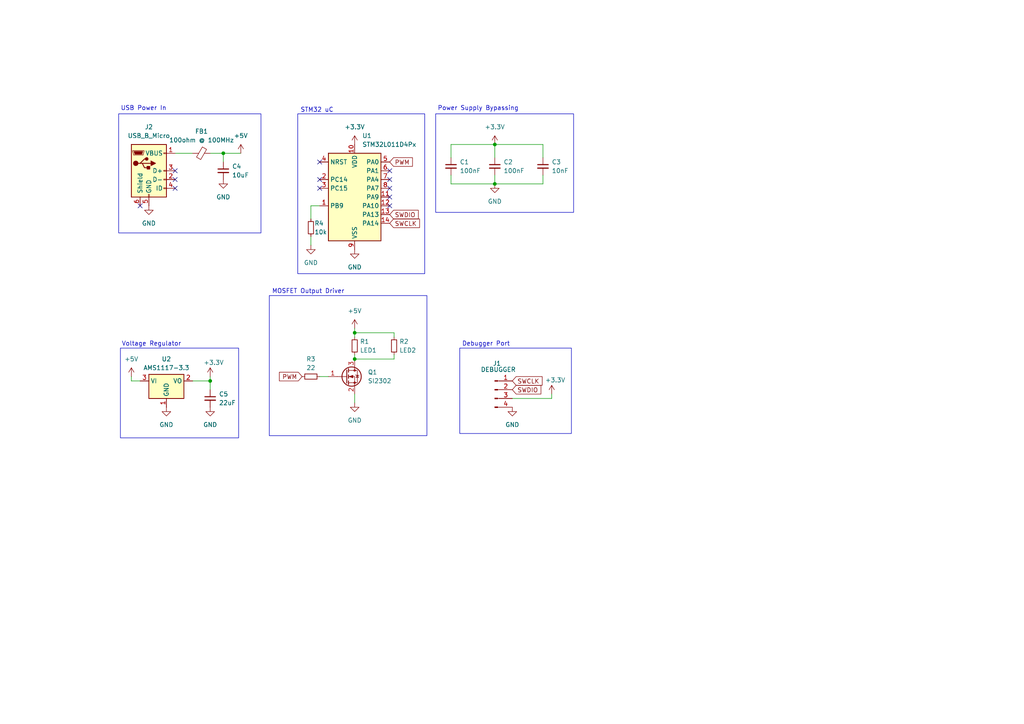
<source format=kicad_sch>
(kicad_sch (version 20231120) (generator "eeschema") (generator_version "8.0")
  (paper "A4")
  (lib_symbols
    (symbol "Connector:Conn_01x04_Pin" (pin_names (offset 1.016) hide)
      (property "Reference" "J" (at 0 5.08 0))
      (property "Value" "Conn_01x04_Pin" (at 0 -7.62 0))
      (symbol "Conn_01x04_Pin_1_1"
        (polyline (pts (xy 1.27 -5.08) (xy 0.8636 -5.08)) (stroke (width 0.1524)))
        (polyline (pts (xy 1.27 -2.54) (xy 0.8636 -2.54)) (stroke (width 0.1524)))
        (polyline (pts (xy 1.27 0) (xy 0.8636 0)) (stroke (width 0.1524)))
        (polyline (pts (xy 1.27 2.54) (xy 0.8636 2.54)) (stroke (width 0.1524)))
        (rectangle (start 0.8636 -4.953) (end 0 -5.207) (stroke (width 0.1524)) (fill (type outline)))
        (rectangle (start 0.8636 -2.413) (end 0 -2.667) (stroke (width 0.1524)) (fill (type outline)))
        (rectangle (start 0.8636 0.127) (end 0 -0.127) (stroke (width 0.1524)) (fill (type outline)))
        (rectangle (start 0.8636 2.667) (end 0 2.413) (stroke (width 0.1524)) (fill (type outline)))
        (pin passive line (at 5.08 2.54 180) (length 3.81) (name "Pin_1") (number "1"))
        (pin passive line (at 5.08 0 180) (length 3.81) (name "Pin_2") (number "2"))
        (pin passive line (at 5.08 -2.54 180) (length 3.81) (name "Pin_3") (number "3"))
        (pin passive line (at 5.08 -5.08 180) (length 3.81) (name "Pin_4") (number "4"))
      )
    )
    (symbol "Connector:USB_B_Micro" (pin_names (offset 1.016))
      (property "Reference" "J" (at -5.08 11.43 0))
      (property "Value" "USB_B_Micro" (at -5.08 8.89 0))
      (symbol "USB_B_Micro_0_1"
        (rectangle (start -5.08 -7.62) (end 5.08 7.62) (stroke (width 0.254)) (fill (type background)))
        (circle (center -3.81 2.159) (radius 0.635) (stroke (width 0.254)) (fill (type outline)))
        (circle (center -0.635 3.429) (radius 0.381) (stroke (width 0.254)) (fill (type outline)))
        (rectangle (start -0.127 -7.62) (end 0.127 -6.858))
        (polyline (pts (xy -1.905 2.159) (xy 0.635 2.159)) (stroke (width 0.254)))
        (polyline (pts (xy -3.175 2.159) (xy -2.54 2.159) (xy -1.27 3.429) (xy -0.635 3.429)) (stroke (width 0.254)))
        (polyline (pts (xy -2.54 2.159) (xy -1.905 2.159) (xy -1.27 0.889) (xy 0 0.889)) (stroke (width 0.254)))
        (polyline (pts (xy 0.635 2.794) (xy 0.635 1.524) (xy 1.905 2.159) (xy 0.635 2.794)) (stroke (width 0.254)) (fill (type outline)))
        (polyline (pts (xy -4.318 5.588) (xy -1.778 5.588) (xy -2.032 4.826) (xy -4.064 4.826) (xy -4.318 5.588)) (fill (type outline)))
        (polyline (pts (xy -4.699 5.842) (xy -4.699 5.588) (xy -4.445 4.826) (xy -4.445 4.572) (xy -1.651 4.572) (xy -1.651 4.826) (xy -1.397 5.588) (xy -1.397 5.842) (xy -4.699 5.842)))
        (rectangle (start 0.254 1.27) (end -0.508 0.508) (stroke (width 0.254)) (fill (type outline)))
        (rectangle (start 5.08 -5.207) (end 4.318 -4.953))
        (rectangle (start 5.08 -2.667) (end 4.318 -2.413))
        (rectangle (start 5.08 -0.127) (end 4.318 0.127))
        (rectangle (start 5.08 4.953) (end 4.318 5.207))
      )
      (symbol "USB_B_Micro_1_1"
        (pin power_out line (at 7.62 5.08 180) (length 2.54) (name "VBUS") (number "1"))
        (pin bidirectional line (at 7.62 -2.54 180) (length 2.54) (name "D-") (number "2"))
        (pin bidirectional line (at 7.62 0 180) (length 2.54) (name "D+") (number "3"))
        (pin passive line (at 7.62 -5.08 180) (length 2.54) (name "ID") (number "4"))
        (pin power_out line (at 0 -10.16 90) (length 2.54) (name "GND") (number "5"))
        (pin passive line (at -2.54 -10.16 90) (length 2.54) (name "Shield") (number "6"))
      )
    )
    (symbol "Device:C_Small" (pin_numbers hide) (pin_names (offset 0.254) hide)
      (property "Reference" "C" (at 0.254 1.778 0))
      (property "Value" "C_Small" (at 0.254 -2.032 0))
      (symbol "C_Small_0_1"
        (polyline (pts (xy -1.524 -0.508) (xy 1.524 -0.508)) (stroke (width 0.3302)))
        (polyline (pts (xy -1.524 0.508) (xy 1.524 0.508)) (stroke (width 0.3048)))
      )
      (symbol "C_Small_1_1"
        (pin passive line (at 0 2.54 270) (length 2.032) (name "~") (number "1"))
        (pin passive line (at 0 -2.54 90) (length 2.032) (name "~") (number "2"))
      )
    )
    (symbol "Device:FerriteBead_Small" (pin_numbers hide) (pin_names (offset 0))
      (property "Reference" "FB" (at 1.905 1.27 0))
      (property "Value" "FerriteBead_Small" (at 1.905 -1.27 0))
      (symbol "FerriteBead_Small_0_1"
        (polyline (pts (xy 0 -1.27) (xy 0 -0.7874)))
        (polyline (pts (xy 0 0.889) (xy 0 1.2954)))
        (polyline (pts (xy -1.8288 0.2794) (xy -1.1176 1.4986) (xy 1.8288 -0.2032) (xy 1.1176 -1.4224) (xy -1.8288 0.2794)))
      )
      (symbol "FerriteBead_Small_1_1"
        (pin passive line (at 0 2.54 270) (length 1.27) (name "~") (number "1"))
        (pin passive line (at 0 -2.54 90) (length 1.27) (name "~") (number "2"))
      )
    )
    (symbol "Device:R_Small" (pin_numbers hide) (pin_names (offset 0.254) hide)
      (property "Reference" "R" (at 0.762 0.508 0))
      (property "Value" "R_Small" (at 0.762 -1.016 0))
      (symbol "R_Small_0_1"
        (rectangle (start -0.762 1.778) (end 0.762 -1.778) (stroke (width 0.2032)))
      )
      (symbol "R_Small_1_1"
        (pin passive line (at 0 2.54 270) (length 0.762) (name "~") (number "1"))
        (pin passive line (at 0 -2.54 90) (length 0.762) (name "~") (number "2"))
      )
    )
    (symbol "MCU_ST_STM32L0:STM32L011D4Px"
      (property "Reference" "U" (at -7.62 13.97 0))
      (property "Value" "STM32L011D4Px" (at 2.54 13.97 0))
      (symbol "STM32L011D4Px_0_1"
        (rectangle (start -7.62 -12.7) (end 7.62 12.7) (stroke (width 0.254)) (fill (type background)))
      )
      (symbol "STM32L011D4Px_1_1"
        (pin bidirectional line (at -10.16 -2.54 0) (length 2.54) (name "PB9") (number "1"))
        (pin power_in line (at 0 15.24 270) (length 2.54) (name "VDD") (number "10"))
        (pin bidirectional line (at 10.16 0 180) (length 2.54) (name "PA9") (number "11"))
        (pin bidirectional line (at 10.16 -2.54 180) (length 2.54) (name "PA10") (number "12"))
        (pin bidirectional line (at 10.16 -5.08 180) (length 2.54) (name "PA13") (number "13"))
        (pin bidirectional line (at 10.16 -7.62 180) (length 2.54) (name "PA14") (number "14"))
        (pin bidirectional line (at -10.16 5.08 0) (length 2.54) (name "PC14") (number "2"))
        (pin bidirectional line (at -10.16 2.54 0) (length 2.54) (name "PC15") (number "3"))
        (pin input line (at -10.16 10.16 0) (length 2.54) (name "NRST") (number "4"))
        (pin bidirectional line (at 10.16 10.16 180) (length 2.54) (name "PA0") (number "5"))
        (pin bidirectional line (at 10.16 7.62 180) (length 2.54) (name "PA1") (number "6"))
        (pin bidirectional line (at 10.16 5.08 180) (length 2.54) (name "PA4") (number "7"))
        (pin bidirectional line (at 10.16 2.54 180) (length 2.54) (name "PA7") (number "8"))
        (pin power_in line (at 0 -15.24 90) (length 2.54) (name "VSS") (number "9"))
      )
    )
    (symbol "Regulator_Linear:AMS1117-3.3"
      (property "Reference" "U" (at -3.81 3.175 0))
      (property "Value" "AMS1117-3.3" (at 0 3.175 0))
      (symbol "AMS1117-3.3_0_1"
        (rectangle (start -5.08 -5.08) (end 5.08 1.905) (stroke (width 0.254)) (fill (type background)))
      )
      (symbol "AMS1117-3.3_1_1"
        (pin power_in line (at 0 -7.62 90) (length 2.54) (name "GND") (number "1"))
        (pin power_out line (at 7.62 0 180) (length 2.54) (name "VO") (number "2"))
        (pin power_in line (at -7.62 0 0) (length 2.54) (name "VI") (number "3"))
      )
    )
    (symbol "Transistor_FET:2N7002E" (pin_names hide)
      (property "Reference" "Q" (at 5.08 1.905 0))
      (property "Value" "2N7002E" (at 5.08 0 0))
      (symbol "2N7002E_0_1"
        (polyline (pts (xy 0.254 0) (xy -2.54 0)))
        (polyline (pts (xy 0.254 1.905) (xy 0.254 -1.905)) (stroke (width 0.254)))
        (polyline (pts (xy 0.762 -1.27) (xy 0.762 -2.286)) (stroke (width 0.254)))
        (polyline (pts (xy 0.762 0.508) (xy 0.762 -0.508)) (stroke (width 0.254)))
        (polyline (pts (xy 0.762 2.286) (xy 0.762 1.27)) (stroke (width 0.254)))
        (polyline (pts (xy 2.54 2.54) (xy 2.54 1.778)))
        (polyline (pts (xy 2.54 -2.54) (xy 2.54 0) (xy 0.762 0)))
        (polyline (pts (xy 0.762 -1.778) (xy 3.302 -1.778) (xy 3.302 1.778) (xy 0.762 1.778)))
        (polyline (pts (xy 1.016 0) (xy 2.032 0.381) (xy 2.032 -0.381) (xy 1.016 0)) (fill (type outline)))
        (polyline (pts (xy 2.794 0.508) (xy 2.921 0.381) (xy 3.683 0.381) (xy 3.81 0.254)))
        (polyline (pts (xy 3.302 0.381) (xy 2.921 -0.254) (xy 3.683 -0.254) (xy 3.302 0.381)))
        (circle (center 1.651 0) (radius 2.794) (stroke (width 0.254)))
        (circle (center 2.54 -1.778) (radius 0.254) (fill (type outline)))
        (circle (center 2.54 1.778) (radius 0.254) (fill (type outline)))
      )
      (symbol "2N7002E_1_1"
        (pin input line (at -5.08 0 0) (length 2.54) (name "G") (number "1"))
        (pin passive line (at 2.54 -5.08 90) (length 2.54) (name "S") (number "2"))
        (pin passive line (at 2.54 5.08 270) (length 2.54) (name "D") (number "3"))
      )
    )
    (symbol "power:+3.3V" (power) (pin_numbers hide) (pin_names (offset 0) hide)
      (property "Value" "+3.3V" (at 0 3.556 0))
      (symbol "+3.3V_0_1"
        (polyline (pts (xy -0.762 1.27) (xy 0 2.54)))
        (polyline (pts (xy 0 0) (xy 0 2.54)))
        (polyline (pts (xy 0 2.54) (xy 0.762 1.27)))
      )
      (symbol "+3.3V_1_1"
        (pin power_in line (at 0 0 90) (length 0) (name "~") (number "1"))
      )
    )
    (symbol "power:+5V" (power) (pin_numbers hide) (pin_names (offset 0) hide)
      (property "Value" "+5V" (at 0 3.556 0))
      (symbol "+5V_0_1"
        (polyline (pts (xy -0.762 1.27) (xy 0 2.54)))
        (polyline (pts (xy 0 0) (xy 0 2.54)))
        (polyline (pts (xy 0 2.54) (xy 0.762 1.27)))
      )
      (symbol "+5V_1_1"
        (pin power_in line (at 0 0 90) (length 0) (name "~") (number "1"))
      )
    )
    (symbol "power:GND" (power) (pin_numbers hide) (pin_names (offset 0) hide)
      (property "Value" "GND" (at 0 -3.81 0))
      (symbol "GND_0_1"
        (polyline (pts (xy 0 0) (xy 0 -1.27) (xy 1.27 -1.27) (xy 0 -2.54) (xy -1.27 -1.27) (xy 0 -1.27)))
      )
      (symbol "GND_1_1"
        (pin power_in line (at 0 0 270) (length 0) (name "~") (number "1"))
      )
    )
  )
  (junction (at 60.96 110.49))
  (junction (at 143.51 53.34))
  (junction (at 102.87 104.14))
  (junction (at 64.77 44.45))
  (junction (at 102.87 96.52))
  (junction (at 143.51 41.91))
  (no_connect (at 50.8 54.61))
  (no_connect (at 92.71 52.07))
  (no_connect (at 50.8 52.07))
  (no_connect (at 113.03 49.53))
  (no_connect (at 113.03 57.15))
  (no_connect (at 113.03 52.07))
  (no_connect (at 50.8 49.53))
  (no_connect (at 40.64 59.69))
  (no_connect (at 92.71 46.99))
  (no_connect (at 113.03 59.69))
  (no_connect (at 113.03 54.61))
  (no_connect (at 92.71 54.61))
  (wire (pts (xy 130.81 45.72) (xy 130.81 41.91)))
  (wire (pts (xy 38.1 109.22) (xy 38.1 110.49)))
  (wire (pts (xy 114.3 96.52) (xy 114.3 97.79)))
  (wire (pts (xy 60.96 110.49) (xy 60.96 109.22)))
  (wire (pts (xy 102.87 96.52) (xy 114.3 96.52)))
  (wire (pts (xy 143.51 50.8) (xy 143.51 53.34)))
  (wire (pts (xy 157.48 41.91) (xy 157.48 45.72)))
  (wire (pts (xy 102.87 95.25) (xy 102.87 96.52)))
  (wire (pts (xy 114.3 104.14) (xy 114.3 102.87)))
  (wire (pts (xy 92.71 59.69) (xy 90.17 59.69)))
  (wire (pts (xy 90.17 68.58) (xy 90.17 71.12)))
  (wire (pts (xy 160.02 114.3) (xy 160.02 115.57)))
  (wire (pts (xy 130.81 50.8) (xy 130.81 53.34)))
  (wire (pts (xy 102.87 104.14) (xy 114.3 104.14)))
  (wire (pts (xy 143.51 41.91) (xy 143.51 45.72)))
  (wire (pts (xy 143.51 53.34) (xy 157.48 53.34)))
  (wire (pts (xy 102.87 96.52) (xy 102.87 97.79)))
  (wire (pts (xy 130.81 41.91) (xy 143.51 41.91)))
  (wire (pts (xy 102.87 102.87) (xy 102.87 104.14)))
  (wire (pts (xy 90.17 59.69) (xy 90.17 63.5)))
  (wire (pts (xy 50.8 44.45) (xy 55.88 44.45)))
  (wire (pts (xy 60.96 110.49) (xy 60.96 113.03)))
  (wire (pts (xy 60.96 44.45) (xy 64.77 44.45)))
  (wire (pts (xy 55.88 110.49) (xy 60.96 110.49)))
  (wire (pts (xy 102.87 114.3) (xy 102.87 116.84)))
  (wire (pts (xy 64.77 44.45) (xy 64.77 46.99)))
  (wire (pts (xy 130.81 53.34) (xy 143.51 53.34)))
  (wire (pts (xy 38.1 110.49) (xy 40.64 110.49)))
  (wire (pts (xy 148.59 115.57) (xy 160.02 115.57)))
  (wire (pts (xy 143.51 41.91) (xy 157.48 41.91)))
  (wire (pts (xy 92.71 109.22) (xy 95.25 109.22)))
  (wire (pts (xy 157.48 53.34) (xy 157.48 50.8)))
  (wire (pts (xy 64.77 44.45) (xy 69.85 44.45)))
  (rectangle (start 86.36 33.02) (end 123.19 79.375))
  (rectangle (start 78.105 85.725) (end 123.825 126.365))
  (rectangle (start 34.925 100.965) (end 69.215 127))
  (rectangle (start 133.35 100.965) (end 165.735 125.73))
  (rectangle (start 34.417 33.02) (end 75.692 67.564))
  (rectangle (start 126.365 33.02) (end 166.37 61.595))
  (text "STM32 uC" (at 91.948 32.004 0) (effects (font (size 1.27 1.27))))
  (text "Power Supply Bypassing\n" (at 138.684 31.496 0) (effects (font (size 1.27 1.27))))
  (text "USB Power In" (at 41.656 31.496 0) (effects (font (size 1.27 1.27))))
  (text "Voltage Regulator" (at 43.942 99.822 0) (effects (font (size 1.27 1.27))))
  (text "MOSFET Output Driver" (at 89.408 84.582 0) (effects (font (size 1.27 1.27))))
  (text "Debugger Port" (at 140.97 99.822 0) (effects (font (size 1.27 1.27))))
  (global_label "SWCLK" (shape input) (at 148.59 110.49 0) (property "Intersheetrefs" "${INTERSHEET_REFS}" (effects (hide yes))))
  (global_label "PWM" (shape input) (at 87.63 109.22 180) (property "Intersheetrefs" "${INTERSHEET_REFS}" (effects (hide yes))))
  (global_label "SWCLK" (shape input) (at 113.03 64.77 0) (property "Intersheetrefs" "${INTERSHEET_REFS}" (effects (hide yes))))
  (global_label "SWDIO" (shape input) (at 148.59 113.03 0) (property "Intersheetrefs" "${INTERSHEET_REFS}" (effects (hide yes))))
  (global_label "SWDIO" (shape input) (at 113.03 62.23 0) (property "Intersheetrefs" "${INTERSHEET_REFS}" (effects (hide yes))))
  (global_label "PWM" (shape input) (at 113.03 46.99 0) (property "Intersheetrefs" "${INTERSHEET_REFS}" (effects (hide yes))))
  (symbol (lib_id "Device:FerriteBead_Small") (at 58.42 44.45 270) (unit 1)
    (property "Reference" "FB1" (at 58.4581 38.1 90))
    (property "Value" "100ohm @ 100MHz" (at 58.4581 40.64 90))
    (property "Footprint" "Inductor_SMD:L_0805_2012Metric" (effects (hide yes)))
    (property "Description" "Ferrite bead, small symbol" (effects (hide yes)))
  )
  (symbol (lib_id "Regulator_Linear:AMS1117-3.3") (at 48.26 110.49 0) (unit 1)
    (property "Reference" "U2" (at 48.26 104.14 0))
    (property "Value" "AMS1117-3.3" (at 48.26 106.68 0))
    (property "Footprint" "Package_TO_SOT_SMD:SOT-223-3_TabPin2" (effects (hide yes)))
    (property "Datasheet" "http://www.advanced-monolithic.com/pdf/ds1117.pdf" (effects (hide yes)))
    (property "Description" "1A Low Dropout regulator, positive, 3.3V fixed output, SOT-223" (effects (hide yes)))
  )
  (symbol (lib_id "power:GND") (at 90.17 71.12 0) (unit 1)
    (property "Reference" "#PWR016" (effects (hide yes)))
    (property "Value" "GND" (at 90.17 76.2 0))
    (property "Description" "Power symbol creates a global label with name \"GND\" , ground" (effects (hide yes)))
  )
  (symbol (lib_id "power:+3.3V") (at 143.51 41.91 0) (unit 1)
    (property "Reference" "#PWR04" (effects (hide yes)))
    (property "Value" "+3.3V" (at 143.51 36.83 0))
    (property "Description" "Power symbol creates a global label with name \"+3.3V\"" (effects (hide yes)))
  )
  (symbol (lib_id "Device:R_Small") (at 90.17 66.04 0) (unit 1)
    (property "Reference" "R4" (at 91.186 64.77 0) (effects (justify left)))
    (property "Value" "10k" (at 91.186 67.31 0) (effects (justify left)))
    (property "Footprint" "Resistor_SMD:R_0805_2012Metric" (effects (hide yes)))
    (property "Description" "Resistor, small symbol" (effects (hide yes)))
  )
  (symbol (lib_id "power:+3.3V") (at 60.96 109.22 0) (unit 1)
    (property "Reference" "#PWR011" (effects (hide yes)))
    (property "Value" "+3.3V" (at 61.976 105.156 0))
    (property "Description" "Power symbol creates a global label with name \"+3.3V\"" (effects (hide yes)))
  )
  (symbol (lib_id "Device:C_Small") (at 64.77 49.53 0) (unit 1)
    (property "Reference" "C4" (at 67.31 48.2662 0) (effects (justify left)))
    (property "Value" "10uF" (at 67.31 50.8062 0) (effects (justify left)))
    (property "Footprint" "Capacitor_SMD:C_0603_1608Metric" (effects (hide yes)))
    (property "Description" "Unpolarized capacitor, small symbol" (effects (hide yes)))
  )
  (symbol (lib_id "MCU_ST_STM32L0:STM32L011D4Px") (at 102.87 57.15 0) (unit 1)
    (property "Reference" "U1" (at 105.0641 39.37 0) (effects (justify left)))
    (property "Value" "STM32L011D4Px" (at 105.0641 41.91 0) (effects (justify left)))
    (property "Footprint" "Package_SO:TSSOP-14_4.4x5mm_P0.65mm" (effects (hide yes)))
    (property "Datasheet" "https://www.st.com/resource/en/datasheet/stm32l011d4.pdf" (effects (hide yes)))
    (property "Description" "STMicroelectronics Arm Cortex-M0+ MCU, 16KB flash, 2KB RAM, 32 MHz, 1.65-3.6V, 11 GPIO, TSSOP14" (effects (hide yes)))
  )
  (symbol (lib_id "power:+5V") (at 69.85 44.45 0) (unit 1)
    (property "Reference" "#PWR08" (effects (hide yes)))
    (property "Value" "+5V" (at 69.85 39.37 0))
    (property "Description" "Power symbol creates a global label with name \"+5V\"" (effects (hide yes)))
  )
  (symbol (lib_id "power:GND") (at 102.87 116.84 0) (unit 1)
    (property "Reference" "#PWR015" (effects (hide yes)))
    (property "Value" "GND" (at 102.87 121.92 0))
    (property "Description" "Power symbol creates a global label with name \"GND\" , ground" (effects (hide yes)))
  )
  (symbol (lib_id "power:GND") (at 60.96 118.11 0) (unit 1)
    (property "Reference" "#PWR013" (effects (hide yes)))
    (property "Value" "GND" (at 60.96 123.19 0))
    (property "Description" "Power symbol creates a global label with name \"GND\" , ground" (effects (hide yes)))
  )
  (symbol (lib_id "Device:C_Small") (at 157.48 48.26 0) (unit 1)
    (property "Reference" "C3" (at 160.02 46.9962 0) (effects (justify left)))
    (property "Value" "10nF" (at 160.02 49.5362 0) (effects (justify left)))
    (property "Footprint" "Capacitor_SMD:C_0402_1005Metric" (effects (hide yes)))
    (property "Description" "Unpolarized capacitor, small symbol" (effects (hide yes)))
  )
  (symbol (lib_id "Transistor_FET:2N7002E") (at 100.33 109.22 0) (unit 1)
    (property "Reference" "Q1" (at 106.68 107.9499 0) (effects (justify left)))
    (property "Value" "SI2302" (at 106.68 110.4899 0) (effects (justify left)))
    (property "Footprint" "Package_TO_SOT_SMD:SOT-23" (effects (hide yes)))
    (property "Datasheet" "http://www.diodes.com/assets/Datasheets/ds30376.pdf" (effects (hide yes)))
    (property "Description" "0.24A Id, 60V Vds, N-Channel MOSFET, SOT-23" (effects (hide yes)))
  )
  (symbol (lib_id "Device:C_Small") (at 60.96 115.57 0) (unit 1)
    (property "Reference" "C5" (at 63.5 114.3062 0) (effects (justify left)))
    (property "Value" "22uF" (at 63.5 116.8462 0) (effects (justify left)))
    (property "Footprint" "Capacitor_SMD:C_0603_1608Metric" (effects (hide yes)))
    (property "Description" "Unpolarized capacitor, small symbol" (effects (hide yes)))
  )
  (symbol (lib_id "power:+5V") (at 102.87 95.25 0) (unit 1)
    (property "Reference" "#PWR014" (effects (hide yes)))
    (property "Value" "+5V" (at 102.87 90.17 0))
    (property "Description" "Power symbol creates a global label with name \"+5V\"" (effects (hide yes)))
  )
  (symbol (lib_id "power:GND") (at 64.77 52.07 0) (unit 1)
    (property "Reference" "#PWR09" (effects (hide yes)))
    (property "Value" "GND" (at 64.77 57.15 0))
    (property "Description" "Power symbol creates a global label with name \"GND\" , ground" (effects (hide yes)))
  )
  (symbol (lib_id "Connector:Conn_01x04_Pin") (at 143.51 113.03 0) (unit 1)
    (property "Reference" "J1" (at 144.145 105.41 0))
    (property "Value" "DEBUGGER" (at 144.526 107.188 0))
    (property "Footprint" "Connector_PinHeader_1.27mm:PinHeader_1x04_P1.27mm_Vertical" (effects (hide yes)))
    (property "Description" "Generic connector, single row, 01x04, script generated" (effects (hide yes)))
  )
  (symbol (lib_id "Device:R_Small") (at 90.17 109.22 90) (unit 1)
    (property "Reference" "R3" (at 90.17 104.14 90))
    (property "Value" "22" (at 90.17 106.68 90))
    (property "Footprint" "Resistor_SMD:R_1206_3216Metric" (effects (hide yes)))
    (property "Description" "Resistor, small symbol" (effects (hide yes)))
  )
  (symbol (lib_id "Device:R_Small") (at 102.87 100.33 0) (unit 1)
    (property "Reference" "R1" (at 104.394 99.06 0) (effects (justify left)))
    (property "Value" "LED1" (at 104.394 101.6 0) (effects (justify left)))
    (property "Footprint" "Resistor_SMD:R_0805_2012Metric" (effects (hide yes)))
    (property "Description" "Resistor, small symbol" (effects (hide yes)))
  )
  (symbol (lib_id "power:GND") (at 43.18 59.69 0) (unit 1)
    (property "Reference" "#PWR07" (effects (hide yes)))
    (property "Value" "GND" (at 43.18 64.77 0))
    (property "Description" "Power symbol creates a global label with name \"GND\" , ground" (effects (hide yes)))
  )
  (symbol (lib_id "Device:R_Small") (at 114.3 100.33 0) (unit 1)
    (property "Reference" "R2" (at 115.824 99.06 0) (effects (justify left)))
    (property "Value" "LED2" (at 115.824 101.6 0) (effects (justify left)))
    (property "Footprint" "Resistor_SMD:R_0805_2012Metric" (effects (hide yes)))
    (property "Description" "Resistor, small symbol" (effects (hide yes)))
  )
  (symbol (lib_id "Device:C_Small") (at 130.81 48.26 0) (unit 1)
    (property "Reference" "C1" (at 133.35 46.9962 0) (effects (justify left)))
    (property "Value" "100nF" (at 133.35 49.5362 0) (effects (justify left)))
    (property "Footprint" "Capacitor_SMD:C_0402_1005Metric" (effects (hide yes)))
    (property "Description" "Unpolarized capacitor, small symbol" (effects (hide yes)))
  )
  (symbol (lib_id "Connector:USB_B_Micro") (at 43.18 49.53 0) (unit 1)
    (property "Reference" "J2" (at 43.18 36.83 0))
    (property "Value" "USB_B_Micro" (at 43.18 39.37 0))
    (property "Footprint" "Connector_USB:USB_Micro-B_Molex_47346-0001" (effects (hide yes)))
    (property "Description" "USB Micro Type B connector" (effects (hide yes)))
  )
  (symbol (lib_id "power:+3.3V") (at 160.02 114.3 0) (unit 1)
    (property "Reference" "#PWR06" (effects (hide yes)))
    (property "Value" "+3.3V" (at 161.036 110.236 0))
    (property "Description" "Power symbol creates a global label with name \"+3.3V\"" (effects (hide yes)))
  )
  (symbol (lib_id "power:GND") (at 102.87 72.39 0) (unit 1)
    (property "Reference" "#PWR02" (effects (hide yes)))
    (property "Value" "GND" (at 102.87 77.47 0))
    (property "Description" "Power symbol creates a global label with name \"GND\" , ground" (effects (hide yes)))
  )
  (symbol (lib_id "power:GND") (at 148.59 118.11 0) (unit 1)
    (property "Reference" "#PWR05" (effects (hide yes)))
    (property "Value" "GND" (at 148.59 123.19 0))
    (property "Description" "Power symbol creates a global label with name \"GND\" , ground" (effects (hide yes)))
  )
  (symbol (lib_id "power:+3.3V") (at 102.87 41.91 0) (unit 1)
    (property "Reference" "#PWR01" (effects (hide yes)))
    (property "Value" "+3.3V" (at 102.87 36.83 0))
    (property "Description" "Power symbol creates a global label with name \"+3.3V\"" (effects (hide yes)))
  )
  (symbol (lib_id "power:GND") (at 48.26 118.11 0) (unit 1)
    (property "Reference" "#PWR012" (effects (hide yes)))
    (property "Value" "GND" (at 48.26 123.19 0))
    (property "Description" "Power symbol creates a global label with name \"GND\" , ground" (effects (hide yes)))
  )
  (symbol (lib_id "power:GND") (at 143.51 53.34 0) (unit 1)
    (property "Reference" "#PWR03" (effects (hide yes)))
    (property "Value" "GND" (at 143.51 58.42 0))
    (property "Description" "Power symbol creates a global label with name \"GND\" , ground" (effects (hide yes)))
  )
  (symbol (lib_id "Device:C_Small") (at 143.51 48.26 0) (unit 1)
    (property "Reference" "C2" (at 146.05 46.9962 0) (effects (justify left)))
    (property "Value" "100nF" (at 146.05 49.5362 0) (effects (justify left)))
    (property "Footprint" "Capacitor_SMD:C_0402_1005Metric" (effects (hide yes)))
    (property "Description" "Unpolarized capacitor, small symbol" (effects (hide yes)))
  )
  (symbol (lib_id "power:+5V") (at 38.1 109.22 0) (unit 1)
    (property "Reference" "#PWR010" (effects (hide yes)))
    (property "Value" "+5V" (at 38.1 104.14 0))
    (property "Description" "Power symbol creates a global label with name \"+5V\"" (effects (hide yes)))
  )
)
</source>
